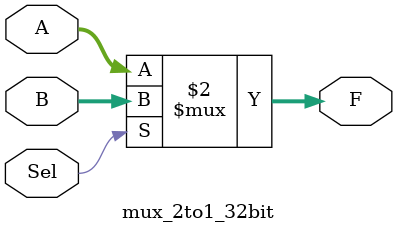
<source format=v>
`timescale 1ns/1ps

module mux_2to1_32bit(
    output wire [31:0] F, 
    input wire [31:0] A, B, 
    input wire Sel
);

    assign F = (Sel == 1'b0) ? A : B;

endmodule
</source>
